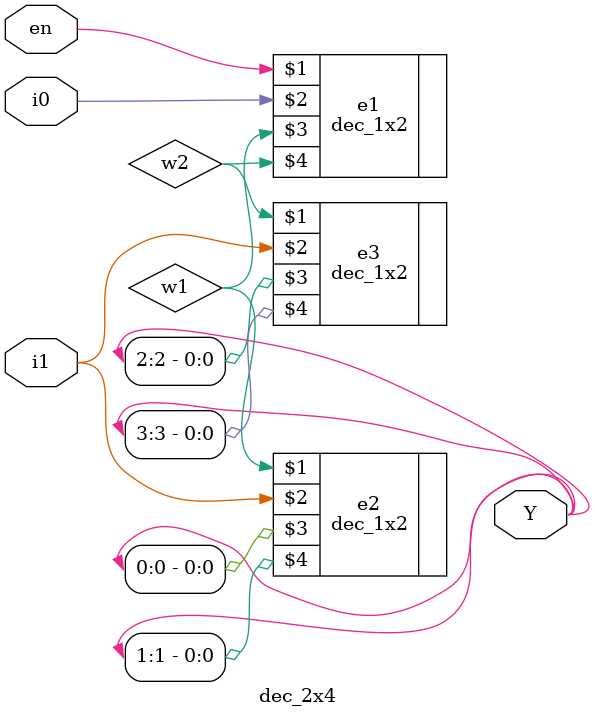
<source format=v>
`include "dec_1x2.v"
module dec_2x4(en,i0,i1,Y);
	input en,i0,i1;
	output [3:0] Y;
	wire w1,w2;
	
	dec_1x2 e1(en,i0,w1,w2);	
	dec_1x2 e2(w1,i1,Y[0],Y[1]);
	dec_1x2 e3(w2,i1,Y[2],Y[3]);

endmodule 

</source>
